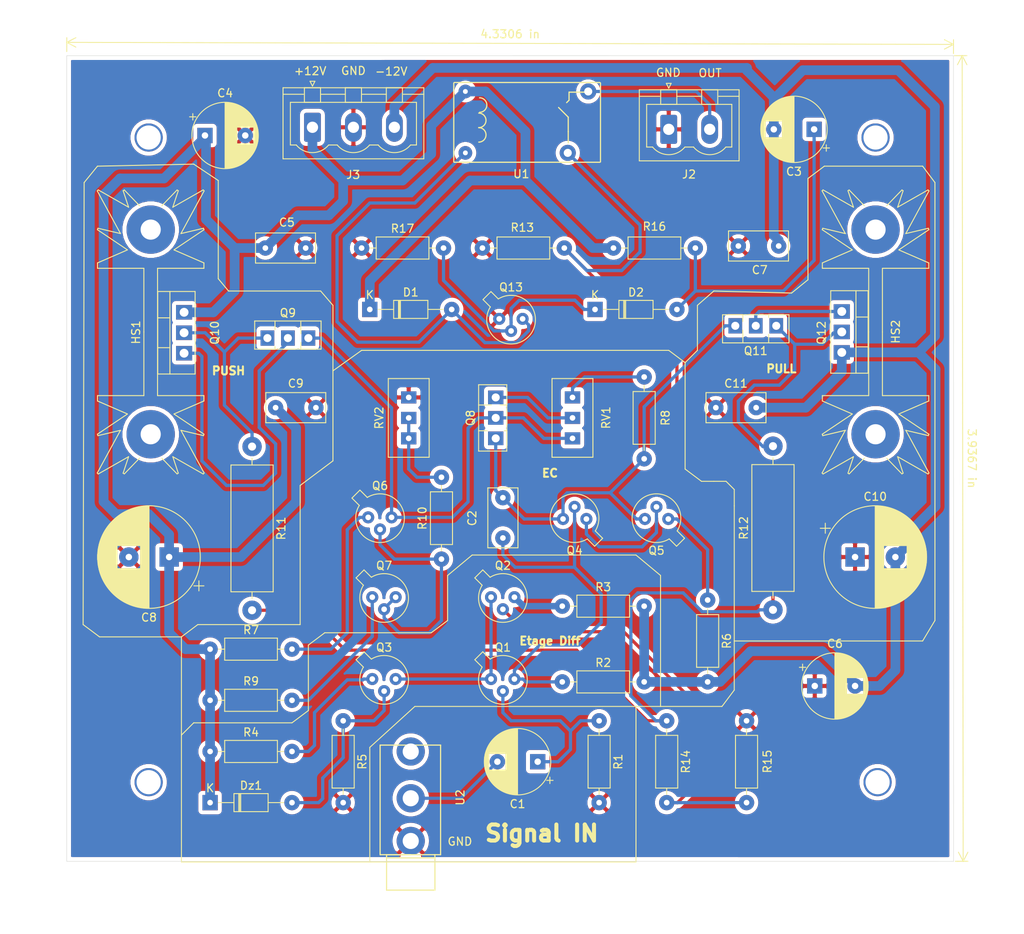
<source format=kicad_pcb>
(kicad_pcb (version 20171130) (host pcbnew "(5.1.5)-3")
  (title_block (title "Buck 45V vers 24/12V 13A") (date 2020-07-04) (rev VD) (company "INSA GEI") (comment 1 TR))
  (layers (0 F.Cu signal) (31 B.Cu signal) (34 B.Paste user) (35 F.Paste user) (36 B.SilkS user) (37 F.SilkS user) (38 B.Mask user) (39 F.Mask user) (44 Edge.Cuts user))
  (net 0 "")
  (net 1 "Net-(C1-Pad2)")
  (net 2 "Net-(C1-Pad1)")
  (net 3 "Net-(C2-Pad2)")
  (net 4 "Net-(C2-Pad1)")
  (net 5 "Net-(C3-Pad1)")
  (net 6 -12V)
  (net 7 +12V)
  (net 8 GND)
  (net 9 "Net-(D1-Pad2)")
  (net 10 "Net-(D2-Pad1)")
  (net 11 "Net-(Dz1-Pad2)")
  (net 12 "Net-(J2-Pad2)")
  (net 13 "Net-(Q1-Pad1)")
  (net 14 "Net-(Q2-Pad3)")
  (net 15 "Net-(Q2-Pad2)")
  (net 16 "Net-(Q3-Pad1)")
  (net 17 "Net-(Q4-Pad1)")
  (net 18 "Net-(Q5-Pad1)")
  (net 19 "Net-(Q6-Pad3)")
  (net 20 "Net-(Q6-Pad2)")
  (net 21 "Net-(Q6-Pad1)")
  (net 22 "Net-(Q7-Pad1)")
  (net 23 "Net-(Q8-Pad3)")
  (net 24 "Net-(Q10-Pad2)")
  (net 25 "Net-(Q10-Pad1)")
  (net 26 "Net-(Q11-Pad1)")
  (net 27 "Net-(Q11-Pad2)")
  (net 28 "Net-(R8-Pad2)")
  (net 29 "Net-(R10-Pad2)")
  (net 30 "Net-(R11-Pad2)")
  (net 31 "Net-(U2-PadTN)")
  (module CmpAmpliAudio:C_Rect_L7.2mm_W3.5mm_P5.00mm_FKS2_FKP2_MKS2_MKP2 (layer F.Cu) (at 237.998 79.248)
    (fp_text reference C11 (at 2.5 -3) (layer F.SilkS))
    (fp_text value 100n)
    (pad 2 thru_hole circle (at 5 0) (size 1.9 1.9) (drill 0.7) (layers *.Cu *.Mask) (net 6 -12V))
    (pad 1 thru_hole circle (at 0 0) (size 1.9 1.9) (drill 0.7) (layers *.Cu *.Mask) (net 8 GND))
  )
  (module CmpAmpliAudio:CP_Radial_D8.0mm_P5.00mm (layer F.Cu) (at 250.19 44.704 180)
    (fp_text reference C3 (at 2.5 -5.25) (layer F.SilkS))
    (fp_text value 47u)
    (pad 2 thru_hole circle (at 5 0 180) (size 1.9 1.9) (drill 0.8) (layers *.Cu *.Mask) (net 6 -12V))
    (pad 1 thru_hole rect (at 0 0 180) (size 1.9 1.9) (drill 0.8) (layers *.Cu *.Mask) (net 5 "Net-(C3-Pad1)"))
  )
  (module CmpAmpliAudio:TO-126-3_Vertical (layer F.Cu) (at 245.491 69.088 180)
    (fp_text reference Q11 (at 2.54 -3.12) (layer F.SilkS))
    (fp_text value BD138)
    (pad 3 thru_hole rect (at 5.08 0 180) (size 1.7 1.9) (drill 1) (layers *.Cu *.Mask) (net 4 "Net-(C2-Pad1)"))
    (pad 2 thru_hole rect (at 2.54 0 180) (size 1.7 1.9) (drill 1) (layers *.Cu *.Mask) (net 27 "Net-(Q11-Pad2)"))
    (pad 1 thru_hole rect (at 0 0 180) (size 1.7 1.9) (drill 1) (layers *.Cu *.Mask) (net 26 "Net-(Q11-Pad1)"))
  )
  (module CmpAmpliAudio:Heatsink_Fischer_SK104-STC-STIC_35x13mm_2xDrill2.5mm (layer F.Cu) (at 257.81 69.85 270)
    (fp_text reference HS2 (at -0.025 -2.5 90) (layer F.SilkS))
    (fp_text value Heatsink)
    (pad 1 thru_hole circle (at -12.7 0 90) (size 6 6) (drill 2.5) (layers *.Cu *.Mask))
    (pad 1 thru_hole circle (at 12.7 0 270) (size 6 6) (drill 2.5) (layers *.Cu *.Mask))
  )
  (module CmpAmpliAudio:Heatsink_Fischer_SK104-STC-STIC_35x13mm_2xDrill2.5mm (layer F.Cu) (at 167.894 69.85 270)
    (fp_text reference HS1 (at 0.0508 1.8288 90) (layer F.SilkS))
    (fp_text value Heatsink)
    (pad 1 thru_hole circle (at 12.7 0 270) (size 6 6) (drill 2.5) (layers *.Cu *.Mask))
    (pad 1 thru_hole circle (at -12.7 0 90) (size 6 6) (drill 2.5) (layers *.Cu *.Mask))
  )
  (module CmpAmpliAudio:R_Axial_DIN0207_L6.3mm_D2.5mm_P10.16mm_Horizontal (layer F.Cu) (at 229.108 85.598 90)
    (fp_text reference R8 (at 5.08 2.6416 90) (layer F.SilkS))
    (fp_text value R)
    (pad 1 thru_hole circle (at 0 0 90) (size 1.9 1.9) (drill 0.7) (layers *.Cu *.Mask) (net 4 "Net-(C2-Pad1)"))
    (pad 2 thru_hole circle (at 10.16 0 90) (size 1.9 1.9) (drill 0.7) (layers *.Cu *.Mask) (net 28 "Net-(R8-Pad2)"))
  )
  (module CmpAmpliAudio:CP_Radial_D8.0mm_P5.00mm (layer F.Cu) (at 215.9 123.19 180)
    (fp_text reference C1 (at 2.5 -5.25) (layer F.SilkS))
    (fp_text value 47u)
    (pad 1 thru_hole rect (at 0 0 180) (size 1.9 1.9) (drill 0.8) (layers *.Cu *.Mask) (net 2 "Net-(C1-Pad1)"))
    (pad 2 thru_hole circle (at 5 0 180) (size 1.9 1.9) (drill 0.8) (layers *.Cu *.Mask) (net 1 "Net-(C1-Pad2)"))
  )
  (module CmpAmpliAudio:C_Rect_L7.2mm_W3.5mm_P5.00mm_FKS2_FKP2_MKS2_MKP2 (layer F.Cu) (at 211.582 90.424 270)
    (fp_text reference C2 (at 2.54 3.81 90) (layer F.SilkS))
    (fp_text value C)
    (pad 1 thru_hole circle (at 0 0 270) (size 1.9 1.9) (drill 0.7) (layers *.Cu *.Mask) (net 4 "Net-(C2-Pad1)"))
    (pad 2 thru_hole circle (at 5 0 270) (size 1.9 1.9) (drill 0.7) (layers *.Cu *.Mask) (net 3 "Net-(C2-Pad2)"))
  )
  (module CmpAmpliAudio:CP_Radial_D8.0mm_P5.00mm (layer F.Cu) (at 174.625 45.466)
    (fp_text reference C4 (at 2.5 -5.25) (layer F.SilkS))
    (fp_text value 10u)
    (pad 2 thru_hole circle (at 5 0) (size 1.9 1.9) (drill 0.8) (layers *.Cu *.Mask) (net 8 GND))
    (pad 1 thru_hole rect (at 0 0) (size 1.9 1.9) (drill 0.8) (layers *.Cu *.Mask) (net 7 +12V))
  )
  (module CmpAmpliAudio:C_Rect_L7.2mm_W3.5mm_P5.00mm_FKS2_FKP2_MKS2_MKP2 (layer F.Cu) (at 182.118 59.436)
    (fp_text reference C5 (at 2.667 -3.175) (layer F.SilkS))
    (fp_text value 100n)
    (pad 2 thru_hole circle (at 5 0) (size 1.9 1.9) (drill 0.7) (layers *.Cu *.Mask) (net 8 GND))
    (pad 1 thru_hole circle (at 0 0) (size 1.9 1.9) (drill 0.7) (layers *.Cu *.Mask) (net 7 +12V))
  )
  (module CmpAmpliAudio:CP_Radial_D8.0mm_P5.00mm (layer F.Cu) (at 250.27 113.792)
    (fp_text reference C6 (at 2.5 -5.25) (layer F.SilkS))
    (fp_text value 10u)
    (pad 1 thru_hole rect (at 0 0) (size 1.9 1.9) (drill 0.8) (layers *.Cu *.Mask) (net 8 GND))
    (pad 2 thru_hole circle (at 5 0) (size 1.9 1.9) (drill 0.8) (layers *.Cu *.Mask) (net 6 -12V))
  )
  (module CmpAmpliAudio:C_Rect_L7.2mm_W3.5mm_P5.00mm_FKS2_FKP2_MKS2_MKP2 (layer F.Cu) (at 240.792 59.182)
    (fp_text reference C7 (at 2.6543 2.97942) (layer F.SilkS))
    (fp_text value 100n)
    (pad 1 thru_hole circle (at 0 0) (size 1.9 1.9) (drill 0.7) (layers *.Cu *.Mask) (net 8 GND))
    (pad 2 thru_hole circle (at 5 0) (size 1.9 1.9) (drill 0.7) (layers *.Cu *.Mask) (net 6 -12V))
  )
  (module CmpAmpliAudio:CP_Radial_D12.5mm_P5.00mm (layer F.Cu) (at 170.18 97.79 180)
    (fp_text reference C8 (at 2.5 -7.5) (layer F.SilkS))
    (fp_text value 470u)
    (pad 2 thru_hole circle (at 5 0 180) (size 2.4 2.4) (drill 0.8) (layers *.Cu *.Mask) (net 8 GND))
    (pad 1 thru_hole rect (at 0 0 180) (size 2.4 2.4) (drill 0.8) (layers *.Cu *.Mask) (net 7 +12V))
  )
  (module CmpAmpliAudio:C_Rect_L7.2mm_W3.5mm_P5.00mm_FKS2_FKP2_MKS2_MKP2 (layer F.Cu) (at 183.388 79.248)
    (fp_text reference C9 (at 2.5 -3) (layer F.SilkS))
    (fp_text value C)
    (pad 2 thru_hole circle (at 5 0) (size 1.9 1.9) (drill 0.7) (layers *.Cu *.Mask) (net 8 GND))
    (pad 1 thru_hole circle (at 0 0) (size 1.9 1.9) (drill 0.7) (layers *.Cu *.Mask) (net 7 +12V))
  )
  (module CmpAmpliAudio:CP_Radial_D12.5mm_P5.00mm (layer F.Cu) (at 255.27 97.79)
    (fp_text reference C10 (at 2.5 -7.5) (layer F.SilkS))
    (fp_text value 470u)
    (pad 1 thru_hole rect (at 0 0) (size 2.4 2.4) (drill 0.8) (layers *.Cu *.Mask) (net 8 GND))
    (pad 2 thru_hole circle (at 5 0) (size 2.4 2.4) (drill 0.8) (layers *.Cu *.Mask) (net 6 -12V))
  )
  (module CmpAmpliAudio:D_DO-35_SOD27_P10.16mm_Horizontal (layer F.Cu) (at 195.072 67.056)
    (fp_text reference D1 (at 5.08 -2.12) (layer F.SilkS))
    (fp_text value 1N4148)
    (fp_text user K (at 0 -1.8) (layer F.SilkS))
    (pad 2 thru_hole oval (at 10.16 0) (size 1.9 1.9) (drill 0.7) (layers *.Cu *.Mask) (net 9 "Net-(D1-Pad2)"))
    (pad 1 thru_hole rect (at 0 0) (size 1.9 1.9) (drill 0.7) (layers *.Cu *.Mask) (net 7 +12V))
  )
  (module CmpAmpliAudio:D_DO-35_SOD27_P10.16mm_Horizontal (layer F.Cu) (at 223.012 67.056)
    (fp_text reference D2 (at 5.08 -2.12) (layer F.SilkS))
    (fp_text value 1N4148)
    (fp_text user K (at 0 -1.8) (layer F.SilkS))
    (pad 1 thru_hole rect (at 0 0) (size 1.9 1.9) (drill 0.7) (layers *.Cu *.Mask) (net 10 "Net-(D2-Pad1)"))
    (pad 2 thru_hole oval (at 10.16 0) (size 1.9 1.9) (drill 0.7) (layers *.Cu *.Mask) (net 5 "Net-(C3-Pad1)"))
  )
  (module CmpAmpliAudio:D_DO-35_SOD27_P10.16mm_Horizontal (layer F.Cu) (at 175.26 128.27)
    (fp_text reference Dz1 (at 5.08 -2.12) (layer F.SilkS))
    (fp_text value BZX55C5V1)
    (fp_text user K (at 0 -1.8) (layer F.SilkS))
    (pad 2 thru_hole oval (at 10.16 0) (size 1.9 1.9) (drill 0.7) (layers *.Cu *.Mask) (net 11 "Net-(Dz1-Pad2)"))
    (pad 1 thru_hole rect (at 0 0) (size 1.9 1.9) (drill 0.7) (layers *.Cu *.Mask) (net 7 +12V))
  )
  (module CmpAmpliAudio:PhoenixContact_MSTBVA_2,5_2-G-5,08_1x02_P5.08mm_Vertical (layer F.Cu) (at 232.156 44.704)
    (fp_text reference J2 (at 2.5146 5.588) (layer F.SilkS))
    (fp_text value Conn_01x02)
    (pad 2 thru_hole oval (at 5.08 0) (size 2.08 3.6) (drill 1.4) (layers *.Cu *.Mask) (net 12 "Net-(J2-Pad2)"))
    (pad 1 thru_hole roundrect (at 0 0) (size 2.08 3.6) (drill 1.4) (layers *.Cu *.Mask) (roundrect_rratio 0.120192) (net 8 GND))
  )
  (module CmpAmpliAudio:PhoenixContact_MSTBVA_2,5_3-G-5,08_1x03_P5.08mm_Vertical (layer F.Cu) (at 187.96 44.45)
    (fp_text reference J3 (at 5.0546 5.8928) (layer F.SilkS))
    (fp_text value Conn_01x03)
    (pad 3 thru_hole oval (at 10.16 0) (size 2.08 3.6) (drill 1.4) (layers *.Cu *.Mask) (net 6 -12V))
    (pad 2 thru_hole oval (at 5.08 0) (size 2.08 3.6) (drill 1.4) (layers *.Cu *.Mask) (net 8 GND))
    (pad 1 thru_hole roundrect (at 0 0) (size 2.08 3.6) (drill 1.4) (layers *.Cu *.Mask) (roundrect_rratio 0.120192) (net 7 +12V))
  )
  (module CmpAmpliAudio:TO-18-3 (layer F.Cu) (at 210.312 113.03)
    (fp_text reference Q1 (at 1.27 -4.02) (layer F.SilkS))
    (fp_text value 2N2907)
    (pad 1 thru_hole circle (at -0.2 -0.1) (size 1.5 1.5) (drill 0.7) (layers *.Cu *.Mask) (net 13 "Net-(Q1-Pad1)"))
    (pad 2 thru_hole circle (at 1.27 1.4) (size 1.5 1.5) (drill 0.7) (layers *.Cu *.Mask) (net 2 "Net-(C1-Pad1)"))
    (pad 3 thru_hole circle (at 2.7 -0.1) (size 1.5 1.5) (drill 0.7) (layers *.Cu *.Mask) (net 3 "Net-(C2-Pad2)"))
  )
  (module CmpAmpliAudio:TO-18-3 (layer F.Cu) (at 210.312 102.87)
    (fp_text reference Q2 (at 1.27 -4.02) (layer F.SilkS))
    (fp_text value 2N2907)
    (pad 1 thru_hole circle (at -0.2 -0.1) (size 1.5 1.5) (drill 0.7) (layers *.Cu *.Mask) (net 13 "Net-(Q1-Pad1)"))
    (pad 2 thru_hole circle (at 1.27 1.4) (size 1.5 1.5) (drill 0.7) (layers *.Cu *.Mask) (net 15 "Net-(Q2-Pad2)"))
    (pad 3 thru_hole circle (at 2.7 -0.1) (size 1.5 1.5) (drill 0.7) (layers *.Cu *.Mask) (net 14 "Net-(Q2-Pad3)"))
  )
  (module CmpAmpliAudio:TO-18-3 (layer F.Cu) (at 195.58 113.03)
    (fp_text reference Q3 (at 1.27 -4.02) (layer F.SilkS))
    (fp_text value 2N2907)
    (pad 3 thru_hole circle (at 2.7 -0.1) (size 1.5 1.5) (drill 0.7) (layers *.Cu *.Mask) (net 13 "Net-(Q1-Pad1)"))
    (pad 2 thru_hole circle (at 1.27 1.4) (size 1.5 1.5) (drill 0.7) (layers *.Cu *.Mask) (net 11 "Net-(Dz1-Pad2)"))
    (pad 1 thru_hole circle (at -0.2 -0.1) (size 1.5 1.5) (drill 0.7) (layers *.Cu *.Mask) (net 16 "Net-(Q3-Pad1)"))
  )
  (module CmpAmpliAudio:TO-18-3 (layer F.Cu) (at 221.742 92.964 180)
    (fp_text reference Q4 (at 1.27 -4.02) (layer F.SilkS))
    (fp_text value 2N2222)
    (pad 3 thru_hole circle (at 2.7 -0.1 180) (size 1.5 1.5) (drill 0.7) (layers *.Cu *.Mask) (net 4 "Net-(C2-Pad1)"))
    (pad 2 thru_hole circle (at 1.27 1.4 180) (size 1.5 1.5) (drill 0.7) (layers *.Cu *.Mask) (net 3 "Net-(C2-Pad2)"))
    (pad 1 thru_hole circle (at -0.2 -0.1 180) (size 1.5 1.5) (drill 0.7) (layers *.Cu *.Mask) (net 17 "Net-(Q4-Pad1)"))
  )
  (module CmpAmpliAudio:TO-18-3 (layer F.Cu) (at 231.902 92.964 180)
    (fp_text reference Q5 (at 1.27 -4.02) (layer F.SilkS))
    (fp_text value 2N2222)
    (pad 1 thru_hole circle (at -0.2 -0.1 180) (size 1.5 1.5) (drill 0.7) (layers *.Cu *.Mask) (net 18 "Net-(Q5-Pad1)"))
    (pad 2 thru_hole circle (at 1.27 1.4 180) (size 1.5 1.5) (drill 0.7) (layers *.Cu *.Mask) (net 17 "Net-(Q4-Pad1)"))
    (pad 3 thru_hole circle (at 2.7 -0.1 180) (size 1.5 1.5) (drill 0.7) (layers *.Cu *.Mask) (net 4 "Net-(C2-Pad1)"))
  )
  (module CmpAmpliAudio:TO-18-3 (layer F.Cu) (at 195.072 92.964)
    (fp_text reference Q6 (at 1.27 -4.02) (layer F.SilkS))
    (fp_text value 2N2907)
    (pad 1 thru_hole circle (at -0.2 -0.1) (size 1.5 1.5) (drill 0.7) (layers *.Cu *.Mask) (net 21 "Net-(Q6-Pad1)"))
    (pad 2 thru_hole circle (at 1.27 1.4) (size 1.5 1.5) (drill 0.7) (layers *.Cu *.Mask) (net 20 "Net-(Q6-Pad2)"))
    (pad 3 thru_hole circle (at 2.7 -0.1) (size 1.5 1.5) (drill 0.7) (layers *.Cu *.Mask) (net 19 "Net-(Q6-Pad3)"))
  )
  (module CmpAmpliAudio:TO-18-3 (layer F.Cu) (at 195.58 102.87)
    (fp_text reference Q7 (at 1.27 -4.02) (layer F.SilkS))
    (fp_text value 2N2907)
    (pad 3 thru_hole circle (at 2.7 -0.1) (size 1.5 1.5) (drill 0.7) (layers *.Cu *.Mask) (net 20 "Net-(Q6-Pad2)"))
    (pad 2 thru_hole circle (at 1.27 1.4) (size 1.5 1.5) (drill 0.7) (layers *.Cu *.Mask) (net 20 "Net-(Q6-Pad2)"))
    (pad 1 thru_hole circle (at -0.2 -0.1) (size 1.5 1.5) (drill 0.7) (layers *.Cu *.Mask) (net 22 "Net-(Q7-Pad1)"))
  )
  (module CmpAmpliAudio:TO-126-3_Vertical (layer F.Cu) (at 210.693 83.058 90)
    (fp_text reference Q8 (at 2.54 -3.12 90) (layer F.SilkS))
    (fp_text value BD139)
    (pad 1 thru_hole rect (at 0 0 90) (size 1.7 1.9) (drill 1) (layers *.Cu *.Mask) (net 4 "Net-(C2-Pad1)"))
    (pad 2 thru_hole rect (at 2.54 0 90) (size 1.7 1.9) (drill 1) (layers *.Cu *.Mask) (net 19 "Net-(Q6-Pad3)"))
    (pad 3 thru_hole rect (at 5.08 0 90) (size 1.7 1.9) (drill 1) (layers *.Cu *.Mask) (net 23 "Net-(Q8-Pad3)"))
  )
  (module CmpAmpliAudio:TO-126-3_Vertical (layer F.Cu) (at 182.372 70.612)
    (fp_text reference Q9 (at 2.54 -3.12) (layer F.SilkS))
    (fp_text value BD139)
    (pad 1 thru_hole rect (at 0 0) (size 1.7 1.9) (drill 1) (layers *.Cu *.Mask) (net 24 "Net-(Q10-Pad2)"))
    (pad 2 thru_hole rect (at 2.54 0) (size 1.7 1.9) (drill 1) (layers *.Cu *.Mask) (net 25 "Net-(Q10-Pad1)"))
    (pad 3 thru_hole rect (at 5.08 0) (size 1.7 1.9) (drill 1) (layers *.Cu *.Mask) (net 19 "Net-(Q6-Pad3)"))
  )
  (module CmpAmpliAudio:TO-220-3_Vertical (layer F.Cu) (at 172.0342 72.4916 90)
    (fp_text reference Q10 (at 2.54 3.81 90) (layer F.SilkS))
    (fp_text value TIP32)
    (pad 3 thru_hole rect (at 5.08 0 90) (size 1.8 2) (drill 1.1) (layers *.Cu *.Mask) (net 7 +12V))
    (pad 2 thru_hole rect (at 2.54 0 90) (size 1.8 2) (drill 1.1) (layers *.Cu *.Mask) (net 24 "Net-(Q10-Pad2)"))
    (pad 1 thru_hole rect (at 0 0 90) (size 1.8 2) (drill 1.1) (layers *.Cu *.Mask) (net 25 "Net-(Q10-Pad1)"))
  )
  (module CmpAmpliAudioTR:TO-220-3_Vertical (layer F.Cu) (at 253.619 67.31 270)
    (fp_text reference Q12 (at 2.6416 2.5146 90) (layer F.SilkS))
    (fp_text value TIP31)
    (pad 3 thru_hole rect (at 5.08 0 270) (size 1.8 2) (drill 1.1) (layers *.Cu *.Mask) (net 6 -12V))
    (pad 2 thru_hole rect (at 2.54 0 270) (size 1.8 2) (drill 1.1) (layers *.Cu *.Mask) (net 26 "Net-(Q11-Pad1)"))
    (pad 1 thru_hole rect (at 0 0 270) (size 1.8 2) (drill 1.1) (layers *.Cu *.Mask) (net 27 "Net-(Q11-Pad2)"))
  )
  (module CmpAmpliAudio:TO-18-3 (layer F.Cu) (at 211.328 68.326)
    (fp_text reference Q13 (at 1.27 -4.02) (layer F.SilkS))
    (fp_text value 2N2222)
    (pad 3 thru_hole circle (at 2.7 -0.1) (size 1.5 1.5) (drill 0.7) (layers *.Cu *.Mask) (net 9 "Net-(D1-Pad2)"))
    (pad 2 thru_hole circle (at 1.27 1.4) (size 1.5 1.5) (drill 0.7) (layers *.Cu *.Mask) (net 10 "Net-(D2-Pad1)"))
    (pad 1 thru_hole circle (at -0.2 -0.1) (size 1.5 1.5) (drill 0.7) (layers *.Cu *.Mask) (net 8 GND))
  )
  (module CmpAmpliAudio:R_Axial_DIN0207_L6.3mm_D2.5mm_P10.16mm_Horizontal (layer F.Cu) (at 223.52 118.11 270)
    (fp_text reference R1 (at 5.08 -2.37 90) (layer F.SilkS))
    (fp_text value R)
    (pad 2 thru_hole circle (at 10.16 0 270) (size 1.9 1.9) (drill 0.7) (layers *.Cu *.Mask) (net 8 GND))
    (pad 1 thru_hole circle (at 0 0 270) (size 1.9 1.9) (drill 0.7) (layers *.Cu *.Mask) (net 2 "Net-(C1-Pad1)"))
  )
  (module CmpAmpliAudio:R_Axial_DIN0207_L6.3mm_D2.5mm_P10.16mm_Horizontal (layer F.Cu) (at 218.948 113.284)
    (fp_text reference R2 (at 5.08 -2.37) (layer F.SilkS))
    (fp_text value R)
    (pad 1 thru_hole circle (at 0 0) (size 1.9 1.9) (drill 0.7) (layers *.Cu *.Mask) (net 3 "Net-(C2-Pad2)"))
    (pad 2 thru_hole circle (at 10.16 0) (size 1.9 1.9) (drill 0.7) (layers *.Cu *.Mask) (net 6 -12V))
  )
  (module CmpAmpliAudio:R_Axial_DIN0207_L6.3mm_D2.5mm_P10.16mm_Horizontal (layer F.Cu) (at 218.948 103.886)
    (fp_text reference R3 (at 5.08 -2.37) (layer F.SilkS))
    (fp_text value R)
    (pad 2 thru_hole circle (at 10.16 0) (size 1.9 1.9) (drill 0.7) (layers *.Cu *.Mask) (net 6 -12V))
    (pad 1 thru_hole circle (at 0 0) (size 1.9 1.9) (drill 0.7) (layers *.Cu *.Mask) (net 14 "Net-(Q2-Pad3)"))
  )
  (module CmpAmpliAudio:R_Axial_DIN0207_L6.3mm_D2.5mm_P10.16mm_Horizontal (layer F.Cu) (at 175.26 121.92)
    (fp_text reference R4 (at 5.08 -2.37) (layer F.SilkS))
    (fp_text value R)
    (pad 2 thru_hole circle (at 10.16 0) (size 1.9 1.9) (drill 0.7) (layers *.Cu *.Mask) (net 16 "Net-(Q3-Pad1)"))
    (pad 1 thru_hole circle (at 0 0) (size 1.9 1.9) (drill 0.7) (layers *.Cu *.Mask) (net 7 +12V))
  )
  (module CmpAmpliAudio:R_Axial_DIN0207_L6.3mm_D2.5mm_P10.16mm_Horizontal (layer F.Cu) (at 191.77 118.11 270)
    (fp_text reference R5 (at 5.08 -2.37 90) (layer F.SilkS))
    (fp_text value R)
    (pad 1 thru_hole circle (at 0 0 270) (size 1.9 1.9) (drill 0.7) (layers *.Cu *.Mask) (net 11 "Net-(Dz1-Pad2)"))
    (pad 2 thru_hole circle (at 10.16 0 270) (size 1.9 1.9) (drill 0.7) (layers *.Cu *.Mask) (net 8 GND))
  )
  (module CmpAmpliAudio:R_Axial_DIN0207_L6.3mm_D2.5mm_P10.16mm_Horizontal (layer F.Cu) (at 236.982 103.124 270)
    (fp_text reference R6 (at 5.08 -2.37 90) (layer F.SilkS))
    (fp_text value R)
    (pad 2 thru_hole circle (at 10.16 0 270) (size 1.9 1.9) (drill 0.7) (layers *.Cu *.Mask) (net 6 -12V))
    (pad 1 thru_hole circle (at 0 0 270) (size 1.9 1.9) (drill 0.7) (layers *.Cu *.Mask) (net 18 "Net-(Q5-Pad1)"))
  )
  (module CmpAmpliAudio:R_Axial_DIN0207_L6.3mm_D2.5mm_P10.16mm_Horizontal (layer F.Cu) (at 175.26 109.22)
    (fp_text reference R7 (at 5.08 -2.37) (layer F.SilkS))
    (fp_text value R)
    (pad 2 thru_hole circle (at 10.16 0) (size 1.9 1.9) (drill 0.7) (layers *.Cu *.Mask) (net 21 "Net-(Q6-Pad1)"))
    (pad 1 thru_hole circle (at 0 0) (size 1.9 1.9) (drill 0.7) (layers *.Cu *.Mask) (net 7 +12V))
  )
  (module CmpAmpliAudio:R_Axial_DIN0207_L6.3mm_D2.5mm_P10.16mm_Horizontal (layer F.Cu) (at 175.26 115.57)
    (fp_text reference R9 (at 5.08 -2.37) (layer F.SilkS))
    (fp_text value R)
    (pad 1 thru_hole circle (at 0 0) (size 1.9 1.9) (drill 0.7) (layers *.Cu *.Mask) (net 7 +12V))
    (pad 2 thru_hole circle (at 10.16 0) (size 1.9 1.9) (drill 0.7) (layers *.Cu *.Mask) (net 22 "Net-(Q7-Pad1)"))
  )
  (module CmpAmpliAudio:R_Axial_DIN0207_L6.3mm_D2.5mm_P10.16mm_Horizontal (layer F.Cu) (at 203.962 98.044 90)
    (fp_text reference R10 (at 5.08 -2.37 90) (layer F.SilkS))
    (fp_text value R)
    (pad 2 thru_hole circle (at 10.16 0 90) (size 1.9 1.9) (drill 0.7) (layers *.Cu *.Mask) (net 29 "Net-(R10-Pad2)"))
    (pad 1 thru_hole circle (at 0 0 90) (size 1.9 1.9) (drill 0.7) (layers *.Cu *.Mask) (net 20 "Net-(Q6-Pad2)"))
  )
  (module CmpAmpliAudio:R_Axial_DIN0516_L15.5mm_D5.0mm_P20.32mm_Horizontal (layer F.Cu) (at 180.467 84.074 270)
    (fp_text reference R11 (at 10.16 -3.62 90) (layer F.SilkS))
    (fp_text value R)
    (pad 1 thru_hole circle (at 0 0 270) (size 2.4 2.4) (drill 1) (layers *.Cu *.Mask) (net 24 "Net-(Q10-Pad2)"))
    (pad 2 thru_hole oval (at 20.32 0 270) (size 2.4 2.4) (drill 1) (layers *.Cu *.Mask) (net 30 "Net-(R11-Pad2)"))
  )
  (module CmpAmpliAudio:R_Axial_DIN0516_L15.5mm_D5.0mm_P20.32mm_Horizontal (layer F.Cu) (at 245.0846 104.3432 90)
    (fp_text reference R12 (at 10.16 -3.62 90) (layer F.SilkS))
    (fp_text value R)
    (pad 2 thru_hole oval (at 20.32 0 90) (size 2.4 2.4) (drill 1) (layers *.Cu *.Mask) (net 26 "Net-(Q11-Pad1)"))
    (pad 1 thru_hole circle (at 0 0 90) (size 2.4 2.4) (drill 1) (layers *.Cu *.Mask) (net 30 "Net-(R11-Pad2)"))
  )
  (module CmpAmpliAudio:R_Axial_DIN0207_L6.3mm_D2.5mm_P10.16mm_Horizontal (layer F.Cu) (at 219.202 59.436 180)
    (fp_text reference R13 (at 5.207 2.54) (layer F.SilkS))
    (fp_text value R)
    (pad 1 thru_hole circle (at 0 0 180) (size 1.9 1.9) (drill 0.7) (layers *.Cu *.Mask) (net 30 "Net-(R11-Pad2)"))
    (pad 2 thru_hole circle (at 10.16 0 180) (size 1.9 1.9) (drill 0.7) (layers *.Cu *.Mask) (net 8 GND))
  )
  (module CmpAmpliAudio:R_Axial_DIN0207_L6.3mm_D2.5mm_P10.16mm_Horizontal (layer F.Cu) (at 231.902 118.11 270)
    (fp_text reference R14 (at 5.08 -2.37 90) (layer F.SilkS))
    (fp_text value R)
    (pad 2 thru_hole circle (at 10.16 0 270) (size 1.9 1.9) (drill 0.7) (layers *.Cu *.Mask) (net 15 "Net-(Q2-Pad2)"))
    (pad 1 thru_hole circle (at 0 0 270) (size 1.9 1.9) (drill 0.7) (layers *.Cu *.Mask) (net 30 "Net-(R11-Pad2)"))
  )
  (module CmpAmpliAudio:R_Axial_DIN0207_L6.3mm_D2.5mm_P10.16mm_Horizontal (layer F.Cu) (at 241.808 128.27 90)
    (fp_text reference R15 (at 5.1054 2.5908 90) (layer F.SilkS))
    (fp_text value R)
    (pad 1 thru_hole circle (at 0 0 90) (size 1.9 1.9) (drill 0.7) (layers *.Cu *.Mask) (net 15 "Net-(Q2-Pad2)"))
    (pad 2 thru_hole circle (at 10.16 0 90) (size 1.9 1.9) (drill 0.7) (layers *.Cu *.Mask) (net 8 GND))
  )
  (module CmpAmpliAudio:R_Axial_DIN0207_L6.3mm_D2.5mm_P10.16mm_Horizontal (layer F.Cu) (at 225.298 59.436)
    (fp_text reference R16 (at 5.08 -2.667) (layer F.SilkS))
    (fp_text value R)
    (pad 1 thru_hole circle (at 0 0) (size 1.9 1.9) (drill 0.7) (layers *.Cu *.Mask) (net 7 +12V))
    (pad 2 thru_hole circle (at 10.16 0) (size 1.9 1.9) (drill 0.7) (layers *.Cu *.Mask) (net 5 "Net-(C3-Pad1)"))
  )
  (module CmpAmpliAudio:R_Axial_DIN0207_L6.3mm_D2.5mm_P10.16mm_Horizontal (layer F.Cu) (at 204.216 59.436 180)
    (fp_text reference R17 (at 5.08 2.413) (layer F.SilkS))
    (fp_text value R)
    (pad 2 thru_hole circle (at 10.16 0 180) (size 1.9 1.9) (drill 0.7) (layers *.Cu *.Mask) (net 8 GND))
    (pad 1 thru_hole circle (at 0 0 180) (size 1.9 1.9) (drill 0.7) (layers *.Cu *.Mask) (net 10 "Net-(D2-Pad1)"))
  )
  (module CmpAmpliAudio:Potentiometer_Bourns_3296W_Vertical (layer F.Cu) (at 220.218 83.058 270)
    (fp_text reference RV1 (at -2.5654 -4.1656 270) (layer F.SilkS))
    (fp_text value R_POT)
    (pad 3 thru_hole rect (at -5.08 0 270) (size 1.5 1.9) (drill 0.7) (layers *.Cu *.Mask) (net 28 "Net-(R8-Pad2)"))
    (pad 2 thru_hole rect (at -2.54 0 270) (size 1.5 1.9) (drill 0.7) (layers *.Cu *.Mask) (net 23 "Net-(Q8-Pad3)"))
    (pad 1 thru_hole rect (at 0 0 270) (size 1.5 1.9) (drill 0.7) (layers *.Cu *.Mask) (net 19 "Net-(Q6-Pad3)"))
  )
  (module CmpAmpliAudio:Potentiometer_Bourns_3296W_Vertical (layer F.Cu) (at 199.898 77.978 90)
    (fp_text reference RV2 (at -2.54 -3.66 90) (layer F.SilkS))
    (fp_text value R_POT)
    (pad 1 thru_hole rect (at 0 0 90) (size 1.5 1.9) (drill 0.7) (layers *.Cu *.Mask) (net 8 GND))
    (pad 2 thru_hole rect (at -2.54 0 90) (size 1.5 1.9) (drill 0.7) (layers *.Cu *.Mask) (net 29 "Net-(R10-Pad2)"))
    (pad 3 thru_hole rect (at -5.08 0 90) (size 1.5 1.9) (drill 0.7) (layers *.Cu *.Mask) (net 29 "Net-(R10-Pad2)"))
  )
  (module CmpAmpliAudioTR:Relais_112LMH2 (layer F.Cu) (at 181.864 57.15)
    (fp_text reference U1 (at 32.004 -6.9) (layer F.SilkS))
    (fp_text value Relay_1CT)
    (pad c2 thru_hole circle (at 40.305 -17.145) (size 2 2) (drill 1) (layers *.Cu *.Mask) (net 12 "Net-(J2-Pad2)"))
    (pad b2 thru_hole circle (at 25.065 -17.145) (size 1.7 1.7) (drill 0.6) (layers *.Cu *.Mask) (net 7 +12V))
    (pad c1 thru_hole circle (at 37.765 -9.525) (size 2 2) (drill 1) (layers *.Cu *.Mask) (net 30 "Net-(R11-Pad2)"))
    (pad b1 thru_hole circle (at 25.065 -9.525) (size 1.7 1.7) (drill 0.6) (layers *.Cu *.Mask) (net 9 "Net-(D1-Pad2)"))
  )
  (module CmpAmpliAudio:Jack_35RAPC2AV (layer F.Cu) (at 200.152 135.128 90)
    (fp_text reference U2 (at 7.493 6.1468 90) (layer F.SilkS))
    (fp_text value Jack_Mono)
    (pad T thru_hole circle (at 7.4 0 90) (size 3.5 3.5) (drill 2) (layers *.Cu *.Mask) (net 1 "Net-(C1-Pad2)"))
    (pad G thru_hole circle (at 2.1 0 90) (size 3.5 3.5) (drill 2) (layers *.Cu *.Mask) (net 8 GND))
    (pad TN thru_hole circle (at 13.2 0 90) (size 3.5 3.5) (drill 2) (layers *.Cu *.Mask) (net 31 "Net-(U2-PadTN)"))
  )
  (gr_text "PULL\n" (at 246.126 74.422) (layer F.SilkS) (effects (font (size 1 1) (thickness 0.25))))
  (gr_text PUSH (at 177.546 74.676) (layer F.SilkS) (effects (font (size 1 1) (thickness 0.25))))
  (gr_line (start 190.5 66.548) (end 190.5 74.676) (layer F.SilkS) (width 0.12))
  (gr_line (start 188.976 64.77) (end 190.5 66.548) (layer F.SilkS) (width 0.12))
  (gr_line (start 177.546 64.77) (end 188.976 64.77) (layer F.SilkS) (width 0.12))
  (gr_line (start 176.276 63.246) (end 177.546 64.77) (layer F.SilkS) (width 0.12))
  (gr_line (start 176.276 51.054) (end 176.276 63.246) (layer F.SilkS) (width 0.12))
  (gr_line (start 173.228 49.022) (end 176.276 51.054) (layer F.SilkS) (width 0.12))
  (gr_line (start 161.29 49.276) (end 173.228 49.022) (layer F.SilkS) (width 0.12))
  (gr_line (start 159.639 51.308) (end 161.29 49.276) (layer F.SilkS) (width 0.12))
  (gr_line (start 235.712 72.136) (end 234.188 73.66) (layer F.SilkS) (width 0.12))
  (gr_line (start 235.712 66.548) (end 235.712 72.136) (layer F.SilkS) (width 0.12))
  (gr_line (start 237.744 64.77) (end 235.712 66.548) (layer F.SilkS) (width 0.12))
  (gr_line (start 247.396 65.024) (end 237.744 64.77) (layer F.SilkS) (width 0.12))
  (gr_line (start 249.428 63.373) (end 247.396 65.024) (layer F.SilkS) (width 0.12))
  (gr_line (start 249.428 50.8) (end 249.428 63.373) (layer F.SilkS) (width 0.12))
  (gr_line (start 251.46 49.276) (end 249.428 50.8) (layer F.SilkS) (width 0.12))
  (gr_line (start 263.652 49.276) (end 251.46 49.276) (layer F.SilkS) (width 0.12))
  (gr_line (start 265.176 51.308) (end 263.652 49.276) (layer F.SilkS) (width 0.12))
  (gr_line (start 265.176 105.664) (end 265.176 51.308) (layer F.SilkS) (width 0.12))
  (gr_line (start 263.652 108.204) (end 265.176 105.664) (layer F.SilkS) (width 0.12))
  (gr_line (start 261.112 108.204) (end 263.652 108.204) (layer F.SilkS) (width 0.12))
  (gr_line (start 240.284 108.204) (end 261.112 108.204) (layer F.SilkS) (width 0.12))
  (gr_line (start 159.512 106.172) (end 159.639 51.308) (layer F.SilkS) (width 0.12))
  (gr_line (start 161.544 107.696) (end 159.512 106.172) (layer F.SilkS) (width 0.12))
  (gr_line (start 171.704 107.696) (end 161.544 107.696) (layer F.SilkS) (width 0.12))
  (gr_line (start 239.268 88.392) (end 237.744 88.392) (layer F.SilkS) (width 0.12))
  (gr_line (start 240.284 89.408) (end 239.268 88.392) (layer F.SilkS) (width 0.12))
  (gr_line (start 240.284 91.44) (end 240.284 89.408) (layer F.SilkS) (width 0.12))
  (gr_line (start 190.5 74.676) (end 190.5 85.852) (layer F.SilkS) (width 0.12))
  (gr_line (start 194.056 72.136) (end 190.5 74.676) (layer F.SilkS) (width 0.12))
  (gr_line (start 232.156 72.136) (end 194.056 72.136) (layer F.SilkS) (width 0.12))
  (gr_line (start 234.188 73.66) (end 232.156 72.136) (layer F.SilkS) (width 0.12))
  (gr_line (start 234.188 86.868) (end 234.188 73.66) (layer F.SilkS) (width 0.12))
  (gr_line (start 236.22 88.392) (end 234.188 86.868) (layer F.SilkS) (width 0.12))
  (gr_line (start 237.744 88.392) (end 236.22 88.392) (layer F.SilkS) (width 0.12))
  (gr_text EC (at 217.424 87.376) (layer F.SilkS) (effects (font (size 1 1) (thickness 0.25))))
  (gr_line (start 228.092 135.636) (end 195.072 135.636) (layer F.SilkS) (width 0.12))
  (gr_line (start 171.704 107.696) (end 171.704 119.888) (layer F.SilkS) (width 0.12))
  (gr_line (start 173.736 106.172) (end 171.704 107.696) (layer F.SilkS) (width 0.12))
  (gr_line (start 186.436 106.172) (end 173.736 106.172) (layer F.SilkS) (width 0.12))
  (gr_line (start 186.436 88.9) (end 186.436 106.172) (layer F.SilkS) (width 0.12))
  (gr_line (start 190.5 85.852) (end 186.436 88.9) (layer F.SilkS) (width 0.12))
  (gr_line (start 240.284 114.3) (end 240.284 91.44) (layer F.SilkS) (width 0.12))
  (gr_line (start 238.76 116.332) (end 240.284 114.3) (layer F.SilkS) (width 0.12))
  (gr_line (start 231.14 116.332) (end 238.76 116.332) (layer F.SilkS) (width 0.12))
  (gr_text "Etage Diff\n" (at 217.424 108.204) (layer F.SilkS) (effects (font (size 1 1) (thickness 0.25))))
  (gr_line (start 171.704 135.636) (end 195.072 135.636) (layer F.SilkS) (width 0.12))
  (gr_line (start 171.704 119.888) (end 171.704 135.636) (layer F.SilkS) (width 0.12))
  (gr_line (start 173.228 118.364) (end 171.704 119.888) (layer F.SilkS) (width 0.12))
  (gr_line (start 185.42 118.364) (end 173.228 118.364) (layer F.SilkS) (width 0.12))
  (gr_line (start 187.452 116.84) (end 185.42 118.364) (layer F.SilkS) (width 0.12))
  (gr_line (start 187.452 108.712) (end 187.452 116.84) (layer F.SilkS) (width 0.12))
  (gr_line (start 189.484 107.188) (end 187.452 108.712) (layer F.SilkS) (width 0.12))
  (gr_line (start 202.692 107.188) (end 189.484 107.188) (layer F.SilkS) (width 0.12))
  (gr_line (start 204.724 105.664) (end 202.692 107.188) (layer F.SilkS) (width 0.12))
  (gr_line (start 204.724 100.076) (end 204.724 105.664) (layer F.SilkS) (width 0.12))
  (gr_line (start 207.772 97.536) (end 204.724 100.076) (layer F.SilkS) (width 0.12))
  (gr_line (start 228.092 97.536) (end 207.772 97.536) (layer F.SilkS) (width 0.12))
  (gr_line (start 231.14 100.076) (end 228.092 97.536) (layer F.SilkS) (width 0.12))
  (gr_line (start 231.14 116.332) (end 231.14 100.076) (layer F.SilkS) (width 0.12))
  (gr_line (start 228.092 116.332) (end 231.14 116.332) (layer F.SilkS) (width 0.12))
  (gr_text "Signal IN" (at 216.408 132.08) (layer F.SilkS) (effects (font (size 2 2) (thickness 0.5))))
  (gr_line (start 195.072 121.412) (end 195.072 135.636) (layer F.SilkS) (width 0.12))
  (gr_line (start 200.66 116.332) (end 195.072 121.412) (layer F.SilkS) (width 0.12))
  (gr_line (start 228.092 116.332) (end 200.66 116.332) (layer F.SilkS) (width 0.12))
  (gr_line (start 228.092 135.636) (end 228.092 116.332) (layer F.SilkS) (width 0.12))
  (gr_text GND (at 232.1052 37.6682) (layer F.SilkS) (effects (font (size 1 1))))
  (gr_text "OUT\n" (at 237.2868 37.719) (layer F.SilkS) (effects (font (size 1 1))))
  (gr_text "GND\n" (at 206.248 133.096) (layer F.SilkS) (effects (font (size 1 1))))
  (gr_text GND (at 193.04 37.4396) (layer F.SilkS) (effects (font (size 1 1))))
  (gr_text -12V (at 197.739 37.5158) (layer F.SilkS) (effects (font (size 1 1))))
  (gr_text "+12V\n" (at 187.6806 37.465) (layer F.SilkS) (effects (font (size 1 1))))
  (dimension 99.992257 (width 0.12) (layer F.SilkS) (gr_text "99,992 mm" (at 269.888968 85.553308 -89.92868413) (layer F.SilkS) (effects (font (size 1 1) (thickness 0.15)))) (feature1 (pts (xy 267.59154 35.56) (xy 269.14316 35.558069))) (feature2 (pts (xy 267.716 135.55218) (xy 269.26762 135.550249))) (crossbar (pts (xy 268.681199 135.550979) (xy 268.556739 35.558799))) (arrow1a (pts (xy 268.556739 35.558799) (xy 269.144561 36.684572))) (arrow1b (pts (xy 268.556739 35.558799) (xy 267.971721 36.686032))) (arrow2a (pts (xy 268.681199 135.550979) (xy 269.266217 134.423746))) (arrow2b (pts (xy 268.681199 135.550979) (xy 268.093377 134.425206))))
  (dimension 109.997533 (width 0.12) (layer F.SilkS) (gr_text "109,998 mm" (at 212.484192 32.766006 359.8676958) (layer F.SilkS) (effects (font (size 1 1) (thickness 0.15)))) (feature1 (pts (xy 267.47724 35.306) (xy 267.481233 33.576584))) (feature2 (pts (xy 157.48 35.052) (xy 157.483993 33.322584))) (crossbar (pts (xy 157.482639 33.909003) (xy 267.479879 34.163003))) (arrow1a (pts (xy 267.479879 34.163003) (xy 266.352024 34.746821))) (arrow1b (pts (xy 267.479879 34.163003) (xy 266.354732 33.573983))) (arrow2a (pts (xy 157.482639 33.909003) (xy 158.607786 34.498023))) (arrow2b (pts (xy 157.482639 33.909003) (xy 158.610494 33.325185))))
  (gr_line (start 267.47724 35.55746) (end 267.4874 135.5598) (layer Edge.Cuts) (width 0.05))
  (gr_line (start 267.4874 135.56234) (end 157.48 135.5598) (layer Edge.Cuts) (width 0.05))
  (gr_line (start 157.48 135.5598) (end 157.48 35.56) (layer Edge.Cuts) (width 0.05))
  (gr_line (start 157.48 35.56) (end 267.47724 35.55746) (layer Edge.Cuts) (width 0.05))
  (via (at 167.64 45.72) (size 3.5) (drill 3) (layers F.Cu B.Cu) (net 0))
  (via (at 257.81 45.72) (size 3.5) (drill 3) (layers F.Cu B.Cu) (net 0))
  (via (at 258.064 125.73) (size 3.5) (drill 3) (layers F.Cu B.Cu) (net 0))
  (via (at 167.64 125.73) (size 3.5) (drill 3) (layers F.Cu B.Cu) (net 0))
  (segment (start 206.362 127.728) (end 210.9 123.19) (width 0.4) (layer B.Cu) (net 1))
  (segment (start 200.152 127.728) (end 206.362 127.728) (width 0.4) (layer B.Cu) (net 1))
  (segment (start 218.44 123.19) (end 219.964 121.666) (width 0.4) (layer B.Cu) (net 2))
  (segment (start 215.9 123.19) (end 218.44 123.19) (width 0.4) (layer B.Cu) (net 2))
  (segment (start 219.964 121.666) (end 219.964 119.38) (width 0.4) (layer B.Cu) (net 2))
  (segment (start 221.234 118.11) (end 223.52 118.11) (width 0.4) (layer B.Cu) (net 2))
  (segment (start 219.964 119.38) (end 221.234 118.11) (width 0.4) (layer B.Cu) (net 2))
  (segment (start 211.582 117.094) (end 211.582 114.43) (width 0.4) (layer B.Cu) (net 2))
  (segment (start 212.598 118.11) (end 211.582 117.094) (width 0.4) (layer B.Cu) (net 2))
  (segment (start 219.964 119.38) (end 218.694 118.11) (width 0.4) (layer B.Cu) (net 2))
  (segment (start 218.694 118.11) (end 212.598 118.11) (width 0.4) (layer B.Cu) (net 2))
  (segment (start 211.582 97.536) (end 211.582 95.424) (width 0.4) (layer B.Cu) (net 3))
  (segment (start 220.472 99.06) (end 213.106 99.06) (width 0.4) (layer B.Cu) (net 3))
  (segment (start 213.106 99.06) (end 211.582 97.536) (width 0.4) (layer B.Cu) (net 3))
  (segment (start 220.472 99.06) (end 220.472 91.564) (width 0.4) (layer B.Cu) (net 3))
  (segment (start 213.012 112.93) (end 213.012 111.854) (width 0.4) (layer B.Cu) (net 3))
  (segment (start 213.012 111.854) (end 216.154 108.712) (width 0.4) (layer B.Cu) (net 3))
  (segment (start 216.154 108.712) (end 220.98 108.712) (width 0.4) (layer B.Cu) (net 3))
  (segment (start 223.774 102.362) (end 220.472 99.06) (width 0.4) (layer B.Cu) (net 3))
  (segment (start 220.98 108.712) (end 223.774 105.918) (width 0.4) (layer B.Cu) (net 3))
  (segment (start 223.774 105.918) (end 223.774 102.362) (width 0.4) (layer B.Cu) (net 3))
  (segment (start 214.07266 112.93) (end 214.42666 113.284) (width 0.4) (layer B.Cu) (net 3))
  (segment (start 213.012 112.93) (end 214.07266 112.93) (width 0.4) (layer B.Cu) (net 3))
  (segment (start 214.42666 113.284) (end 218.948 113.284) (width 0.4) (layer B.Cu) (net 3))
  (segment (start 214.222 93.064) (end 219.042 93.064) (width 0.4) (layer B.Cu) (net 4))
  (segment (start 211.582 90.424) (end 214.222 93.064) (width 0.4) (layer B.Cu) (net 4))
  (segment (start 210.693 88.905002) (end 210.693 83.058) (width 0.4) (layer B.Cu) (net 4))
  (segment (start 211.582 90.424) (end 210.693 89.535) (width 0.4) (layer B.Cu) (net 4))
  (segment (start 210.693 89.535) (end 210.693 88.905002) (width 0.4) (layer B.Cu) (net 4))
  (segment (start 224.89167 89.81433) (end 229.108 85.598) (width 0.4) (layer B.Cu) (net 4))
  (segment (start 229.202 93.064) (end 228.14134 93.064) (width 0.4) (layer B.Cu) (net 4))
  (segment (start 228.14134 93.064) (end 224.89167 89.81433) (width 0.4) (layer B.Cu) (net 4))
  (segment (start 219.042 90.33) (end 219.042 92.280002) (width 0.4) (layer B.Cu) (net 4))
  (segment (start 219.042 92.280002) (end 219.042 93.064) (width 0.4) (layer B.Cu) (net 4))
  (segment (start 224.9424 89.8144) (end 219.5576 89.8144) (width 0.4) (layer B.Cu) (net 4))
  (segment (start 219.5576 89.8144) (end 219.042 90.33) (width 0.4) (layer B.Cu) (net 4))
  (segment (start 229.108 84.254498) (end 229.108 85.598) (width 0.4) (layer B.Cu) (net 4))
  (segment (start 229.108 79.141) (end 229.108 84.254498) (width 0.4) (layer B.Cu) (net 4))
  (segment (start 239.161 69.088) (end 229.108 79.141) (width 0.4) (layer B.Cu) (net 4))
  (segment (start 240.411 69.088) (end 239.161 69.088) (width 0.4) (layer B.Cu) (net 4))
  (segment (start 233.172 67.056) (end 235.458 64.77) (width 0.4) (layer B.Cu) (net 5))
  (segment (start 235.458 64.77) (end 235.458 59.436) (width 0.4) (layer B.Cu) (net 5))
  (segment (start 250.19 60.96) (end 250.19 46.054) (width 0.4) (layer B.Cu) (net 5))
  (segment (start 250.19 46.054) (end 250.19 44.704) (width 0.4) (layer B.Cu) (net 5))
  (segment (start 235.458 64.77) (end 246.38 64.77) (width 0.4) (layer B.Cu) (net 5))
  (segment (start 246.38 64.77) (end 250.19 60.96) (width 0.4) (layer B.Cu) (net 5))
  (segment (start 263.144 72.39) (end 253.619 72.39) (width 1.2) (layer B.Cu) (net 6))
  (segment (start 258.318 113.792) (end 255.27 113.792) (width 1.2) (layer B.Cu) (net 6))
  (segment (start 260.27 97.79) (end 260.27 111.84) (width 1.2) (layer B.Cu) (net 6))
  (segment (start 260.27 111.84) (end 258.318 113.792) (width 1.2) (layer B.Cu) (net 6))
  (segment (start 229.108 105.229502) (end 229.108 113.284) (width 1.2) (layer B.Cu) (net 6))
  (segment (start 229.108 103.886) (end 229.108 105.229502) (width 1.2) (layer B.Cu) (net 6))
  (segment (start 245.792 59.182) (end 245.792 58.467) (width 1.2) (layer B.Cu) (net 6))
  (segment (start 245.792 58.467) (end 245.19 57.865) (width 1.2) (layer B.Cu) (net 6))
  (segment (start 245.19 57.865) (end 245.19 44.704) (width 1.2) (layer B.Cu) (net 6))
  (segment (start 265.176 70.358) (end 263.144 72.39) (width 1.2) (layer B.Cu) (net 6))
  (segment (start 245.1862 41.402) (end 245.1862 40.9702) (width 1.2) (layer B.Cu) (net 6))
  (segment (start 248.793 37.3634) (end 260.6294 37.3634) (width 1.2) (layer B.Cu) (net 6))
  (segment (start 245.1862 40.9702) (end 248.793 37.3634) (width 1.2) (layer B.Cu) (net 6))
  (segment (start 260.6294 37.3634) (end 265.176 41.91) (width 1.2) (layer B.Cu) (net 6))
  (segment (start 265.176 41.91) (end 265.176 70.358) (width 1.2) (layer B.Cu) (net 6))
  (segment (start 263.144 72.39) (end 260.604 72.39) (width 1.2) (layer B.Cu) (net 6))
  (segment (start 261.469999 96.590001) (end 261.469999 95.273001) (width 1.2) (layer B.Cu) (net 6))
  (segment (start 260.27 97.79) (end 261.469999 96.590001) (width 1.2) (layer B.Cu) (net 6))
  (segment (start 261.469999 95.273001) (end 265.2522 91.4908) (width 1.2) (layer B.Cu) (net 6))
  (segment (start 265.2522 74.4982) (end 263.144 72.39) (width 1.2) (layer B.Cu) (net 6))
  (segment (start 265.2522 91.4908) (end 265.2522 74.4982) (width 1.2) (layer B.Cu) (net 6))
  (segment (start 244.341502 79.248) (end 242.998 79.248) (width 1.2) (layer B.Cu) (net 6))
  (segment (start 253.619 74.79) (end 249.161 79.248) (width 1.2) (layer B.Cu) (net 6))
  (segment (start 249.161 79.248) (end 244.341502 79.248) (width 1.2) (layer B.Cu) (net 6))
  (segment (start 253.619 72.39) (end 253.619 74.79) (width 1.2) (layer B.Cu) (net 6))
  (segment (start 233.68 113.284) (end 229.108 113.284) (width 1.2) (layer B.Cu) (net 6))
  (segment (start 255.27 113.538) (end 251.206 109.474) (width 1.2) (layer B.Cu) (net 6))
  (segment (start 251.206 109.474) (end 242.316 109.474) (width 1.2) (layer B.Cu) (net 6))
  (segment (start 255.27 113.792) (end 255.27 113.538) (width 1.2) (layer B.Cu) (net 6))
  (segment (start 242.316 109.474) (end 238.506 113.284) (width 1.2) (layer B.Cu) (net 6))
  (segment (start 238.506 113.284) (end 233.68 113.284) (width 1.2) (layer B.Cu) (net 6))
  (segment (start 241.8588 37.084) (end 241.8588 37.4142) (width 1.2) (layer B.Cu) (net 6))
  (segment (start 202.886 37.084) (end 241.8588 37.084) (width 1.2) (layer B.Cu) (net 6))
  (segment (start 198.12 41.85) (end 202.886 37.084) (width 1.2) (layer B.Cu) (net 6))
  (segment (start 241.8588 37.4142) (end 245.19 40.7454) (width 1.2) (layer B.Cu) (net 6))
  (segment (start 198.12 44.45) (end 198.12 41.85) (width 1.2) (layer B.Cu) (net 6))
  (segment (start 245.19 40.7454) (end 245.19 44.704) (width 1.2) (layer B.Cu) (net 6))
  (segment (start 175.26 109.22) (end 175.26 128.27) (width 1.2) (layer B.Cu) (net 7))
  (segment (start 172.212 109.22) (end 175.26 109.22) (width 1.2) (layer B.Cu) (net 7))
  (segment (start 170.18 107.188) (end 172.212 109.22) (width 1.2) (layer B.Cu) (net 7))
  (segment (start 170.18 97.79) (end 170.18 107.188) (width 1.2) (layer B.Cu) (net 7))
  (segment (start 178.308 59.436) (end 182.118 59.436) (width 1.2) (layer B.Cu) (net 7))
  (segment (start 187.96 47.244) (end 187.96 44.45) (width 1.2) (layer B.Cu) (net 7))
  (segment (start 191.77 51.054) (end 187.96 47.244) (width 1.2) (layer B.Cu) (net 7))
  (segment (start 175.6664 67.4116) (end 172.0342 67.4116) (width 1.2) (layer B.Cu) (net 7))
  (segment (start 178.308 59.436) (end 178.308 64.77) (width 1.2) (layer B.Cu) (net 7))
  (segment (start 178.308 64.77) (end 175.6664 67.4116) (width 1.2) (layer B.Cu) (net 7))
  (segment (start 209.423 40.005) (end 206.929 40.005) (width 1.2) (layer B.Cu) (net 7))
  (segment (start 214.376 44.958) (end 209.423 40.005) (width 1.2) (layer B.Cu) (net 7))
  (segment (start 214.376 51.054) (end 214.376 44.958) (width 1.2) (layer B.Cu) (net 7))
  (segment (start 225.298 59.436) (end 222.758 59.436) (width 1.2) (layer B.Cu) (net 7))
  (segment (start 222.758 59.436) (end 214.376 51.054) (width 1.2) (layer B.Cu) (net 7))
  (segment (start 177.292 58.42) (end 178.308 59.436) (width 1.2) (layer B.Cu) (net 7))
  (segment (start 174.752 55.88) (end 177.292 58.42) (width 1.2) (layer B.Cu) (net 7))
  (segment (start 174.625 45.466) (end 174.752 45.593) (width 1.2) (layer B.Cu) (net 7))
  (segment (start 174.752 45.593) (end 174.752 55.88) (width 1.2) (layer B.Cu) (net 7))
  (segment (start 185.928 90.932) (end 179.07 97.79) (width 1.2) (layer B.Cu) (net 7))
  (segment (start 179.07 97.79) (end 170.18 97.79) (width 1.2) (layer B.Cu) (net 7))
  (segment (start 183.388 79.248) (end 185.928 81.788) (width 1.2) (layer B.Cu) (net 7))
  (segment (start 185.928 81.788) (end 185.928 90.932) (width 1.2) (layer B.Cu) (net 7))
  (segment (start 207.518 51.054) (end 214.376 51.054) (width 1.2) (layer B.Cu) (net 7))
  (segment (start 195.072 67.056) (end 195.072 63.5) (width 1.2) (layer B.Cu) (net 7))
  (segment (start 195.072 63.5) (end 207.518 51.054) (width 1.2) (layer B.Cu) (net 7))
  (segment (start 170.18 94.996) (end 170.18 97.79) (width 1.2) (layer B.Cu) (net 7))
  (segment (start 174.625 45.72) (end 169.545 50.8) (width 1.2) (layer B.Cu) (net 7))
  (segment (start 167.64 92.456) (end 170.18 94.996) (width 1.2) (layer B.Cu) (net 7))
  (segment (start 174.625 45.466) (end 174.625 45.72) (width 1.2) (layer B.Cu) (net 7))
  (segment (start 163.576 92.456) (end 167.64 92.456) (width 1.2) (layer B.Cu) (net 7))
  (segment (start 162.052 90.932) (end 163.576 92.456) (width 1.2) (layer B.Cu) (net 7))
  (segment (start 162.052 52.832) (end 162.052 90.932) (width 1.2) (layer B.Cu) (net 7))
  (segment (start 169.545 50.8) (end 164.084 50.8) (width 1.2) (layer B.Cu) (net 7))
  (segment (start 164.084 50.8) (end 162.052 52.832) (width 1.2) (layer B.Cu) (net 7))
  (segment (start 199.136 51.054) (end 191.77 51.054) (width 1.2) (layer B.Cu) (net 7))
  (segment (start 202.692 44.242) (end 202.692 47.498) (width 1.2) (layer B.Cu) (net 7))
  (segment (start 202.692 47.752) (end 199.136 51.054) (width 1.2) (layer B.Cu) (net 7))
  (segment (start 202.692 47.498) (end 202.692 47.752) (width 1.2) (layer B.Cu) (net 7))
  (segment (start 206.929 40.005) (end 202.692 44.242) (width 1.2) (layer B.Cu) (net 7))
  (segment (start 182.118 59.436) (end 186.182 55.372) (width 1.2) (layer B.Cu) (net 7))
  (segment (start 186.182 55.372) (end 189.992 55.372) (width 1.2) (layer B.Cu) (net 7))
  (segment (start 191.77 53.594) (end 191.77 51.054) (width 1.2) (layer B.Cu) (net 7))
  (segment (start 189.992 55.372) (end 191.77 53.594) (width 1.2) (layer B.Cu) (net 7))
  (segment (start 206.883 47.625) (end 206.929 47.625) (width 0.4) (layer B.Cu) (net 9))
  (segment (start 195.072 53.848) (end 200.66 53.848) (width 0.4) (layer B.Cu) (net 9))
  (segment (start 201.168 71.12) (end 193.548 71.12) (width 0.4) (layer B.Cu) (net 9))
  (segment (start 193.548 71.12) (end 191.008 68.58) (width 0.4) (layer B.Cu) (net 9))
  (segment (start 200.66 53.848) (end 206.883 47.625) (width 0.4) (layer B.Cu) (net 9))
  (segment (start 205.232 67.056) (end 201.168 71.12) (width 0.4) (layer B.Cu) (net 9))
  (segment (start 191.008 68.58) (end 191.008 57.912) (width 0.4) (layer B.Cu) (net 9))
  (segment (start 191.008 57.912) (end 195.072 53.848) (width 0.4) (layer B.Cu) (net 9))
  (segment (start 209.352001 71.176001) (end 213.294001 71.176001) (width 0.4) (layer B.Cu) (net 9))
  (segment (start 205.232 67.056) (end 209.352001 71.176001) (width 0.4) (layer B.Cu) (net 9))
  (segment (start 213.294001 71.176001) (end 214.777999 69.692003) (width 0.4) (layer B.Cu) (net 9))
  (segment (start 214.777999 69.692003) (end 214.777999 68.975999) (width 0.4) (layer B.Cu) (net 9))
  (segment (start 214.777999 68.975999) (end 214.028 68.226) (width 0.4) (layer B.Cu) (net 9))
  (segment (start 210.481998 69.726) (end 211.53734 69.726) (width 0.4) (layer B.Cu) (net 10))
  (segment (start 204.216 63.460002) (end 210.481998 69.726) (width 0.4) (layer B.Cu) (net 10))
  (segment (start 211.53734 69.726) (end 212.598 69.726) (width 0.4) (layer B.Cu) (net 10))
  (segment (start 204.216 59.436) (end 204.216 63.460002) (width 0.4) (layer B.Cu) (net 10))
  (segment (start 212.598 68.66534) (end 212.598 69.726) (width 0.4) (layer B.Cu) (net 10))
  (segment (start 221.662 67.056) (end 220.519 65.913) (width 0.4) (layer B.Cu) (net 10))
  (segment (start 223.012 67.056) (end 221.662 67.056) (width 0.4) (layer B.Cu) (net 10))
  (segment (start 213.614 65.913) (end 212.598 66.929) (width 0.4) (layer B.Cu) (net 10))
  (segment (start 220.519 65.913) (end 213.614 65.913) (width 0.4) (layer B.Cu) (net 10))
  (segment (start 212.598 66.929) (end 212.598 68.66534) (width 0.4) (layer B.Cu) (net 10))
  (segment (start 196.85 114.43) (end 196.85 116.84) (width 0.4) (layer B.Cu) (net 11))
  (segment (start 195.58 118.11) (end 191.77 118.11) (width 0.4) (layer B.Cu) (net 11))
  (segment (start 196.85 116.84) (end 195.58 118.11) (width 0.4) (layer B.Cu) (net 11))
  (segment (start 191.77 118.11) (end 191.77 122.682) (width 0.4) (layer B.Cu) (net 11))
  (segment (start 191.77 122.682) (end 189.23 125.222) (width 0.4) (layer B.Cu) (net 11))
  (segment (start 189.23 125.222) (end 189.23 127.762) (width 0.4) (layer B.Cu) (net 11))
  (segment (start 188.722 128.27) (end 185.42 128.27) (width 0.4) (layer B.Cu) (net 11))
  (segment (start 189.23 127.762) (end 188.722 128.27) (width 0.4) (layer B.Cu) (net 11))
  (segment (start 237.236 41.656) (end 237.236 44.704) (width 0.4) (layer B.Cu) (net 12))
  (segment (start 222.169 40.005) (end 235.585 40.005) (width 0.4) (layer B.Cu) (net 12))
  (segment (start 235.585 40.005) (end 237.236 41.656) (width 0.4) (layer B.Cu) (net 12))
  (segment (start 210.112 111.86934) (end 210.112 102.77) (width 0.4) (layer B.Cu) (net 13))
  (segment (start 210.112 112.93) (end 210.112 111.86934) (width 0.4) (layer B.Cu) (net 13))
  (segment (start 209.05134 112.93) (end 198.28 112.93) (width 0.4) (layer B.Cu) (net 13))
  (segment (start 210.112 112.93) (end 209.05134 112.93) (width 0.4) (layer B.Cu) (net 13))
  (segment (start 214.128 103.886) (end 218.948 103.886) (width 0.8) (layer B.Cu) (net 14))
  (segment (start 213.012 102.77) (end 214.128 103.886) (width 0.8) (layer B.Cu) (net 14))
  (segment (start 233.245502 128.27) (end 241.808 128.27) (width 0.4) (layer B.Cu) (net 15))
  (segment (start 231.902 128.27) (end 233.245502 128.27) (width 0.4) (layer B.Cu) (net 15))
  (segment (start 233.245502 128.27) (end 237.109 124.406502) (width 0.4) (layer F.Cu) (net 15))
  (segment (start 231.902 128.27) (end 233.245502 128.27) (width 0.4) (layer F.Cu) (net 15))
  (segment (start 237.109 124.406502) (end 237.109 117.602) (width 0.4) (layer F.Cu) (net 15))
  (segment (start 237.109 117.602) (end 226.568 107.061) (width 0.4) (layer F.Cu) (net 15))
  (segment (start 214.373 107.061) (end 211.582 104.27) (width 0.4) (layer F.Cu) (net 15))
  (segment (start 226.568 107.061) (end 214.373 107.061) (width 0.4) (layer F.Cu) (net 15))
  (segment (start 231.902 128.27) (end 232.1814 128.27) (width 0.4) (layer B.Cu) (net 15))
  (segment (start 187.452 121.92) (end 185.42 121.92) (width 0.4) (layer B.Cu) (net 16))
  (segment (start 188.214 121.158) (end 187.452 121.92) (width 0.4) (layer B.Cu) (net 16))
  (segment (start 194.31934 112.93) (end 194.21934 113.03) (width 0.4) (layer B.Cu) (net 16))
  (segment (start 192.278 113.03) (end 188.214 117.094) (width 0.4) (layer B.Cu) (net 16))
  (segment (start 195.38 112.93) (end 194.31934 112.93) (width 0.4) (layer B.Cu) (net 16))
  (segment (start 194.21934 113.03) (end 192.278 113.03) (width 0.4) (layer B.Cu) (net 16))
  (segment (start 188.214 117.094) (end 188.214 121.158) (width 0.4) (layer B.Cu) (net 16))
  (segment (start 221.942 94.942) (end 221.942 93.064) (width 0.4) (layer B.Cu) (net 17))
  (segment (start 223.52 96.52) (end 221.942 94.942) (width 0.4) (layer B.Cu) (net 17))
  (segment (start 228.854 96.52) (end 223.52 96.52) (width 0.4) (layer B.Cu) (net 17))
  (segment (start 230.632 91.564) (end 230.632 94.742) (width 0.4) (layer B.Cu) (net 17))
  (segment (start 230.632 94.742) (end 228.854 96.52) (width 0.4) (layer B.Cu) (net 17))
  (segment (start 236.982 100.838) (end 236.982 103.124) (width 0.4) (layer B.Cu) (net 18))
  (segment (start 236.982 96.88334) (end 236.982 100.838) (width 0.4) (layer B.Cu) (net 18))
  (segment (start 232.102 93.064) (end 233.16266 93.064) (width 0.4) (layer B.Cu) (net 18))
  (segment (start 233.16266 93.064) (end 236.982 96.88334) (width 0.4) (layer B.Cu) (net 18))
  (segment (start 197.772 92.864) (end 205.332 92.864) (width 0.4) (layer B.Cu) (net 19))
  (segment (start 205.332 92.864) (end 207.264 90.932) (width 0.4) (layer B.Cu) (net 19))
  (segment (start 207.264 90.932) (end 207.264 81.788) (width 0.4) (layer B.Cu) (net 19))
  (segment (start 208.534 80.518) (end 210.693 80.518) (width 0.4) (layer B.Cu) (net 19))
  (segment (start 207.264 81.788) (end 208.534 80.518) (width 0.4) (layer B.Cu) (net 19))
  (segment (start 214.122 80.518) (end 210.693 80.518) (width 0.4) (layer B.Cu) (net 19))
  (segment (start 220.218 83.058) (end 216.662 83.058) (width 0.4) (layer B.Cu) (net 19))
  (segment (start 216.662 83.058) (end 214.122 80.518) (width 0.4) (layer B.Cu) (net 19))
  (segment (start 197.772 91.80334) (end 197.772 92.864) (width 0.4) (layer B.Cu) (net 19))
  (segment (start 187.452 70.612) (end 189.102 70.612) (width 0.4) (layer B.Cu) (net 19))
  (segment (start 189.102 70.612) (end 197.772 79.282) (width 0.4) (layer B.Cu) (net 19))
  (segment (start 197.772 79.282) (end 197.772 91.80334) (width 0.4) (layer B.Cu) (net 19))
  (segment (start 196.85 105.33066) (end 198.70734 107.188) (width 0.4) (layer B.Cu) (net 20))
  (segment (start 196.85 104.27) (end 196.85 105.33066) (width 0.4) (layer B.Cu) (net 20))
  (segment (start 198.70734 107.188) (end 202.438 107.188) (width 0.4) (layer B.Cu) (net 20))
  (segment (start 203.962 105.664) (end 203.962 98.044) (width 0.4) (layer B.Cu) (net 20))
  (segment (start 202.438 107.188) (end 203.962 105.664) (width 0.4) (layer B.Cu) (net 20))
  (segment (start 196.342 94.364) (end 196.342 96.266) (width 0.4) (layer B.Cu) (net 20))
  (segment (start 198.12 98.044) (end 203.962 98.044) (width 0.4) (layer B.Cu) (net 20))
  (segment (start 196.342 96.266) (end 198.12 98.044) (width 0.4) (layer B.Cu) (net 20))
  (segment (start 196.85 104.2) (end 198.28 102.77) (width 0.4) (layer B.Cu) (net 20))
  (segment (start 196.85 104.27) (end 196.85 104.2) (width 0.4) (layer B.Cu) (net 20))
  (segment (start 193.81134 92.864) (end 192.278 94.39734) (width 0.4) (layer B.Cu) (net 21))
  (segment (start 194.872 92.864) (end 193.81134 92.864) (width 0.4) (layer B.Cu) (net 21))
  (segment (start 192.278 94.39734) (end 192.278 107.188) (width 0.4) (layer B.Cu) (net 21))
  (segment (start 190.246 109.22) (end 185.42 109.22) (width 0.4) (layer B.Cu) (net 21))
  (segment (start 192.278 107.188) (end 190.246 109.22) (width 0.4) (layer B.Cu) (net 21))
  (segment (start 195.38 102.77) (end 195.38 107.642) (width 0.4) (layer B.Cu) (net 22))
  (segment (start 187.452 115.57) (end 185.42 115.57) (width 0.4) (layer B.Cu) (net 22))
  (segment (start 195.38 107.642) (end 187.452 115.57) (width 0.4) (layer B.Cu) (net 22))
  (segment (start 214.63 77.978) (end 210.693 77.978) (width 0.4) (layer B.Cu) (net 23))
  (segment (start 220.218 80.518) (end 217.17 80.518) (width 0.4) (layer B.Cu) (net 23))
  (segment (start 217.17 80.518) (end 214.63 77.978) (width 0.4) (layer B.Cu) (net 23))
  (segment (start 180.467 82.376944) (end 177.038 78.947944) (width 0.4) (layer B.Cu) (net 24))
  (segment (start 180.467 84.074) (end 180.467 82.376944) (width 0.4) (layer B.Cu) (net 24))
  (segment (start 177.038 72.3392) (end 174.6504 69.9516) (width 0.4) (layer B.Cu) (net 24))
  (segment (start 177.038 78.947944) (end 177.038 72.3392) (width 0.4) (layer B.Cu) (net 24))
  (segment (start 174.6504 69.9516) (end 172.0342 69.9516) (width 0.4) (layer B.Cu) (net 24))
  (segment (start 178.7652 70.612) (end 177.038 72.3392) (width 0.4) (layer B.Cu) (net 24))
  (segment (start 182.372 70.612) (end 178.7652 70.612) (width 0.4) (layer B.Cu) (net 24))
  (segment (start 173.8342 72.4916) (end 172.0342 72.4916) (width 0.4) (layer B.Cu) (net 25))
  (segment (start 174.244 85.852) (end 174.244 72.9014) (width 0.4) (layer B.Cu) (net 25))
  (segment (start 181.864 88.9) (end 177.292 88.9) (width 0.4) (layer B.Cu) (net 25))
  (segment (start 183.388 87.376) (end 181.864 88.9) (width 0.4) (layer B.Cu) (net 25))
  (segment (start 184.912 70.612) (end 184.912 71.132002) (width 0.4) (layer B.Cu) (net 25))
  (segment (start 174.244 72.9014) (end 173.8342 72.4916) (width 0.4) (layer B.Cu) (net 25))
  (segment (start 184.912 71.132002) (end 181.356 74.688002) (width 0.4) (layer B.Cu) (net 25))
  (segment (start 177.292 88.9) (end 174.244 85.852) (width 0.4) (layer B.Cu) (net 25))
  (segment (start 181.356 74.688002) (end 181.356 81.710295) (width 0.4) (layer B.Cu) (net 25))
  (segment (start 181.356 81.710295) (end 183.388 83.742295) (width 0.4) (layer B.Cu) (net 25))
  (segment (start 183.388 83.742295) (end 183.388 87.376) (width 0.4) (layer B.Cu) (net 25))
  (segment (start 252.603 69.977) (end 253.619 69.85) (width 0.4) (layer B.Cu) (net 26))
  (segment (start 251.206 71.374) (end 252.603 69.977) (width 0.4) (layer B.Cu) (net 26))
  (segment (start 245.491 69.088) (end 247.777 71.374) (width 0.4) (layer B.Cu) (net 26))
  (segment (start 247.777 71.374) (end 251.206 71.374) (width 0.4) (layer B.Cu) (net 26))
  (segment (start 247.777 74.549) (end 247.777 71.374) (width 0.4) (layer B.Cu) (net 26))
  (segment (start 245.872 76.454) (end 247.777 74.549) (width 0.4) (layer B.Cu) (net 26))
  (segment (start 245.0846 84.0232) (end 245.0338 84.074) (width 0.4) (layer B.Cu) (net 26))
  (segment (start 243.84 84.074) (end 240.792 81.026) (width 0.4) (layer B.Cu) (net 26))
  (segment (start 245.0338 84.074) (end 243.84 84.074) (width 0.4) (layer B.Cu) (net 26))
  (segment (start 240.792 81.026) (end 240.792 78.4352) (width 0.4) (layer B.Cu) (net 26))
  (segment (start 242.7732 76.454) (end 245.872 76.454) (width 0.4) (layer B.Cu) (net 26))
  (segment (start 240.792 78.4352) (end 242.7732 76.454) (width 0.4) (layer B.Cu) (net 26))
  (segment (start 252.219 67.31) (end 253.619 67.31) (width 0.4) (layer B.Cu) (net 27))
  (segment (start 242.951 67.738) (end 243.379 67.31) (width 0.4) (layer B.Cu) (net 27))
  (segment (start 243.379 67.31) (end 252.219 67.31) (width 0.4) (layer B.Cu) (net 27))
  (segment (start 242.951 69.088) (end 242.951 67.738) (width 0.4) (layer B.Cu) (net 27))
  (segment (start 221.742 75.438) (end 222.116 75.438) (width 0.4) (layer B.Cu) (net 28))
  (segment (start 222.116 75.438) (end 229.108 75.438) (width 0.4) (layer B.Cu) (net 28))
  (segment (start 220.218 77.978) (end 220.218 76.828) (width 0.4) (layer B.Cu) (net 28))
  (segment (start 220.218 76.828) (end 221.742 75.438) (width 0.4) (layer B.Cu) (net 28))
  (segment (start 203.962 87.884) (end 200.914 87.884) (width 0.4) (layer B.Cu) (net 29))
  (segment (start 199.898 86.868) (end 199.898 83.058) (width 0.4) (layer B.Cu) (net 29))
  (segment (start 200.914 87.884) (end 199.898 86.868) (width 0.4) (layer B.Cu) (net 29))
  (segment (start 199.898 80.518) (end 199.898 83.058) (width 0.4) (layer B.Cu) (net 29))
  (segment (start 228.6 59.944) (end 228.6 56.596) (width 0.4) (layer B.Cu) (net 30))
  (segment (start 221.996 62.23) (end 226.314 62.23) (width 0.4) (layer B.Cu) (net 30))
  (segment (start 228.6 56.596) (end 220.628999 48.624999) (width 0.4) (layer B.Cu) (net 30))
  (segment (start 220.628999 48.624999) (end 219.629 47.625) (width 0.4) (layer B.Cu) (net 30))
  (segment (start 219.202 59.436) (end 221.996 62.23) (width 0.4) (layer B.Cu) (net 30))
  (segment (start 180.467 104.394) (end 180.467 104.521) (width 0.4) (layer F.Cu) (net 30))
  (segment (start 229.489 118.11) (end 231.902 118.11) (width 0.4) (layer F.Cu) (net 30))
  (segment (start 220.726 109.347) (end 229.489 118.11) (width 0.4) (layer F.Cu) (net 30))
  (segment (start 192.024 109.347) (end 220.726 109.347) (width 0.4) (layer F.Cu) (net 30))
  (segment (start 180.467 104.394) (end 187.071 104.394) (width 0.4) (layer F.Cu) (net 30))
  (segment (start 187.071 104.394) (end 192.024 109.347) (width 0.4) (layer F.Cu) (net 30))
  (segment (start 228.473 60.0456) (end 228.6 59.944) (width 0.4) (layer B.Cu) (net 30))
  (segment (start 226.314 62.23) (end 228.473 60.0456) (width 0.4) (layer B.Cu) (net 30))
  (segment (start 230.558498 118.11) (end 231.902 118.11) (width 0.4) (layer B.Cu) (net 30))
  (segment (start 227.457999 115.009501) (end 230.558498 118.11) (width 0.4) (layer B.Cu) (net 30))
  (segment (start 227.457999 103.093999) (end 227.457999 115.009501) (width 0.4) (layer B.Cu) (net 30))
  (segment (start 228.315999 102.235999) (end 227.457999 103.093999) (width 0.4) (layer B.Cu) (net 30))
  (segment (start 236.285999 104.574001) (end 233.947997 102.235999) (width 0.4) (layer B.Cu) (net 30))
  (segment (start 233.947997 102.235999) (end 228.315999 102.235999) (width 0.4) (layer B.Cu) (net 30))
  (segment (start 243.156743 104.574001) (end 236.285999 104.574001) (width 0.4) (layer B.Cu) (net 30))
  (segment (start 243.387544 104.3432) (end 243.156743 104.574001) (width 0.4) (layer B.Cu) (net 30))
  (segment (start 245.0846 104.3432) (end 243.387544 104.3432) (width 0.4) (layer B.Cu) (net 30))
  (segment (start 220.151999 60.385999) (end 219.202 59.436) (width 0.4) (layer F.Cu) (net 30))
  (segment (start 233.172 73.406) (end 220.151999 60.385999) (width 0.4) (layer F.Cu) (net 30))
  (segment (start 233.172 82.169) (end 233.172 73.406) (width 0.4) (layer F.Cu) (net 30))
  (segment (start 245.0846 104.3432) (end 245.0846 94.0816) (width 0.4) (layer F.Cu) (net 30))
  (segment (start 245.0846 94.0816) (end 233.172 82.169) (width 0.4) (layer F.Cu) (net 30))
  (zone (net 8) (net_name GND) (layer F.Cu) (connect_pads (clearance 0.508)) (min_thickness 0.254) (fill yes (arc_segments 32) (thermal_gap 0.508) (thermal_bridge_width 0.508))
    (polygon (pts (xy 275.6662 29.21) (xy 276.225 144.6022) (xy 149.1996 143.51) (xy 150.0378 28.6512) (xy 152.8064 28.6512)))
  )
  (zone (net 0) (net_name "") (layer B.Cu) (priority 2) (connect_pads (clearance 0.508)) (min_thickness 0.254) (fill yes (arc_segments 32) (thermal_gap 0.508) (thermal_bridge_width 0.508))
    (polygon (pts (xy 269.494 33.528) (xy 270.002 139.192) (xy 155.956 139.192) (xy 156.464 33.02)))
  )
)
</source>
